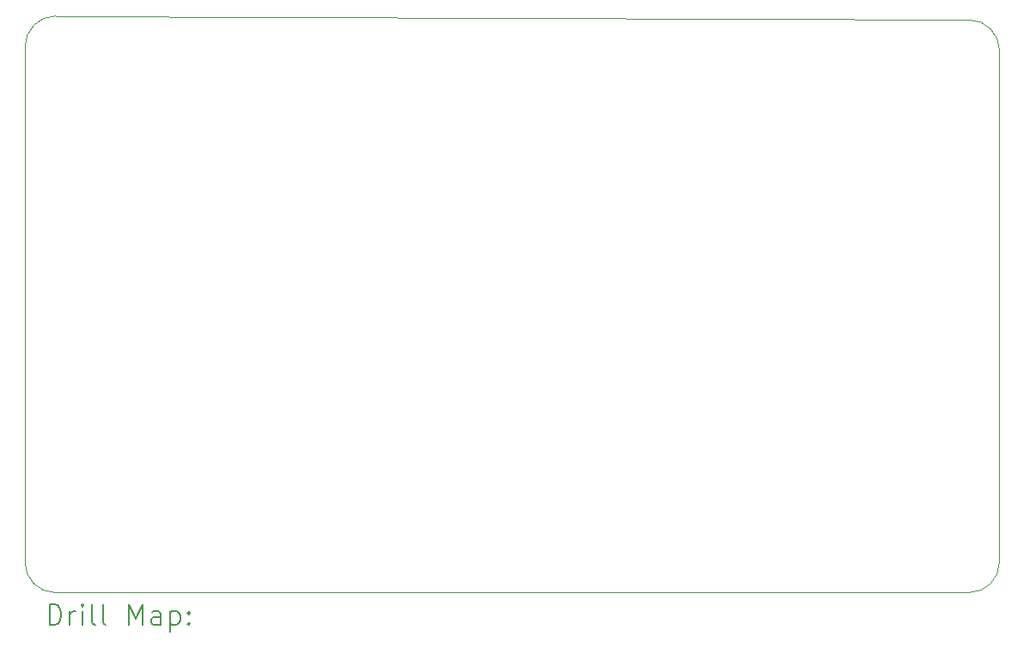
<source format=gbr>
%TF.GenerationSoftware,KiCad,Pcbnew,7.0.2-0*%
%TF.CreationDate,2024-03-08T21:10:53-08:00*%
%TF.ProjectId,Groundstation_Hat,47726f75-6e64-4737-9461-74696f6e5f48,rev?*%
%TF.SameCoordinates,Original*%
%TF.FileFunction,Drillmap*%
%TF.FilePolarity,Positive*%
%FSLAX45Y45*%
G04 Gerber Fmt 4.5, Leading zero omitted, Abs format (unit mm)*
G04 Created by KiCad (PCBNEW 7.0.2-0) date 2024-03-08 21:10:53*
%MOMM*%
%LPD*%
G01*
G04 APERTURE LIST*
%ADD10C,0.100000*%
%ADD11C,0.200000*%
G04 APERTURE END LIST*
D10*
X22975000Y-7970000D02*
G75*
G03*
X22675000Y-7670000I-300000J0D01*
G01*
X13670000Y-13320000D02*
X22675000Y-13320000D01*
X22975000Y-7970000D02*
X22975000Y-13020000D01*
X13672132Y-7632132D02*
X22675000Y-7670000D01*
X13372132Y-7932132D02*
X13370000Y-13020000D01*
X22675000Y-13320000D02*
G75*
G03*
X22975000Y-13020000I0J300000D01*
G01*
X13370000Y-13020000D02*
G75*
G03*
X13670000Y-13320000I300000J0D01*
G01*
X13672132Y-7632132D02*
G75*
G03*
X13372132Y-7932132I-2J-299998D01*
G01*
D11*
X13612619Y-13637524D02*
X13612619Y-13437524D01*
X13612619Y-13437524D02*
X13660238Y-13437524D01*
X13660238Y-13437524D02*
X13688809Y-13447048D01*
X13688809Y-13447048D02*
X13707857Y-13466095D01*
X13707857Y-13466095D02*
X13717381Y-13485143D01*
X13717381Y-13485143D02*
X13726905Y-13523238D01*
X13726905Y-13523238D02*
X13726905Y-13551810D01*
X13726905Y-13551810D02*
X13717381Y-13589905D01*
X13717381Y-13589905D02*
X13707857Y-13608952D01*
X13707857Y-13608952D02*
X13688809Y-13628000D01*
X13688809Y-13628000D02*
X13660238Y-13637524D01*
X13660238Y-13637524D02*
X13612619Y-13637524D01*
X13812619Y-13637524D02*
X13812619Y-13504190D01*
X13812619Y-13542286D02*
X13822143Y-13523238D01*
X13822143Y-13523238D02*
X13831667Y-13513714D01*
X13831667Y-13513714D02*
X13850714Y-13504190D01*
X13850714Y-13504190D02*
X13869762Y-13504190D01*
X13936428Y-13637524D02*
X13936428Y-13504190D01*
X13936428Y-13437524D02*
X13926905Y-13447048D01*
X13926905Y-13447048D02*
X13936428Y-13456571D01*
X13936428Y-13456571D02*
X13945952Y-13447048D01*
X13945952Y-13447048D02*
X13936428Y-13437524D01*
X13936428Y-13437524D02*
X13936428Y-13456571D01*
X14060238Y-13637524D02*
X14041190Y-13628000D01*
X14041190Y-13628000D02*
X14031667Y-13608952D01*
X14031667Y-13608952D02*
X14031667Y-13437524D01*
X14165000Y-13637524D02*
X14145952Y-13628000D01*
X14145952Y-13628000D02*
X14136428Y-13608952D01*
X14136428Y-13608952D02*
X14136428Y-13437524D01*
X14393571Y-13637524D02*
X14393571Y-13437524D01*
X14393571Y-13437524D02*
X14460238Y-13580381D01*
X14460238Y-13580381D02*
X14526905Y-13437524D01*
X14526905Y-13437524D02*
X14526905Y-13637524D01*
X14707857Y-13637524D02*
X14707857Y-13532762D01*
X14707857Y-13532762D02*
X14698333Y-13513714D01*
X14698333Y-13513714D02*
X14679286Y-13504190D01*
X14679286Y-13504190D02*
X14641190Y-13504190D01*
X14641190Y-13504190D02*
X14622143Y-13513714D01*
X14707857Y-13628000D02*
X14688809Y-13637524D01*
X14688809Y-13637524D02*
X14641190Y-13637524D01*
X14641190Y-13637524D02*
X14622143Y-13628000D01*
X14622143Y-13628000D02*
X14612619Y-13608952D01*
X14612619Y-13608952D02*
X14612619Y-13589905D01*
X14612619Y-13589905D02*
X14622143Y-13570857D01*
X14622143Y-13570857D02*
X14641190Y-13561333D01*
X14641190Y-13561333D02*
X14688809Y-13561333D01*
X14688809Y-13561333D02*
X14707857Y-13551810D01*
X14803095Y-13504190D02*
X14803095Y-13704190D01*
X14803095Y-13513714D02*
X14822143Y-13504190D01*
X14822143Y-13504190D02*
X14860238Y-13504190D01*
X14860238Y-13504190D02*
X14879286Y-13513714D01*
X14879286Y-13513714D02*
X14888809Y-13523238D01*
X14888809Y-13523238D02*
X14898333Y-13542286D01*
X14898333Y-13542286D02*
X14898333Y-13599429D01*
X14898333Y-13599429D02*
X14888809Y-13618476D01*
X14888809Y-13618476D02*
X14879286Y-13628000D01*
X14879286Y-13628000D02*
X14860238Y-13637524D01*
X14860238Y-13637524D02*
X14822143Y-13637524D01*
X14822143Y-13637524D02*
X14803095Y-13628000D01*
X14984048Y-13618476D02*
X14993571Y-13628000D01*
X14993571Y-13628000D02*
X14984048Y-13637524D01*
X14984048Y-13637524D02*
X14974524Y-13628000D01*
X14974524Y-13628000D02*
X14984048Y-13618476D01*
X14984048Y-13618476D02*
X14984048Y-13637524D01*
X14984048Y-13513714D02*
X14993571Y-13523238D01*
X14993571Y-13523238D02*
X14984048Y-13532762D01*
X14984048Y-13532762D02*
X14974524Y-13523238D01*
X14974524Y-13523238D02*
X14984048Y-13513714D01*
X14984048Y-13513714D02*
X14984048Y-13532762D01*
M02*

</source>
